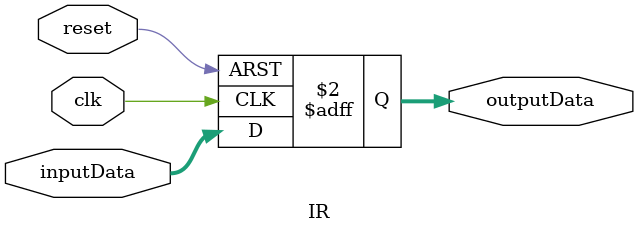
<source format=v>
module IR(
  input wire clk,
  input wire reset,
  input wire [31:0] inputData,
  output reg [31:0] outputData
);

  always @(posedge clk or posedge reset) begin
    if (reset) begin
      //Reset
      outputData <= 32'h00000000;
    end else begin
      outputData <= inputData;
    end
  end

endmodule

</source>
